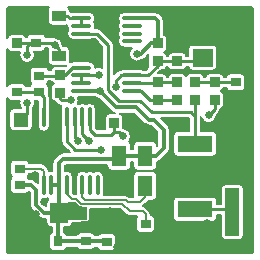
<source format=gtl>
G04 Layer: TopLayer*
G04 EasyEDA Pro v1.9.26, 2022-12-23 16:49:17*
G04 Gerber Generator version 0.3*
G04 Scale: 100 percent, Rotated: No, Reflected: No*
G04 Dimensions in millimeters*
G04 Leading zeros omitted, absolute positions, 3 integers and 3 decimals*
%FSLAX33Y33*%
%MOMM*%
%AMPolygonMacro1*4,1,4,-0.625,0.62,0.625,0.62,0.625,-0.62,-0.625,-0.62,-0.625,0.62,0*%
%AMPolygonMacro2*4,1,4,0.625,-0.62,-0.625,-0.62,-0.625,0.62,0.625,0.62,0.625,-0.62,0*%
%AMPolygonMacro3*4,1,4,-0.6,2.0,0.6,2.0,0.6,-2.0,-0.6,-2.0,-0.6,2.0,0*%
%ADD999C,0.2032*%
%ADD10C,0.0254*%
%ADD11R,0.799998X0.899998*%
%ADD12O,0.343002X1.731493*%
%ADD13R,0.899998X0.799998*%
%ADD14R,0.9030X0.799998*%
%ADD15R,0.899998X0.799998*%
%ADD16R,0.806475X0.864006*%
%ADD17R,1.299997X1.799996*%
%ADD18R,1.299997X1.799996*%
%ADD19R,0.864006X0.806475*%
%ADD20R,1.15001X0.950011*%
%ADD21R,0.864006X0.806475*%
%ADD22R,1.727987X1.485011*%
%ADD23R,1.485011X1.727987*%
%ADD24R,2.999994X1.449997*%
%ADD25R,0.806475X0.864006*%
%ADD26O,1.691996X0.364007*%
%ADD27PolygonMacro1*%
%ADD28PolygonMacro2*%
%ADD29PolygonMacro3*%
%ADD30C,0.635*%
%ADD31C,0.25*%
%ADD32C,0.3556*%
%ADD33C,0.1524*%
%ADD34C,0.254*%
G75*


G04 Copper Start*
G36*
G01X9525Y-4658D02*
G03X9218Y-4732I0J-676D01*
G03X8678Y-4200I-540J-8D01*
G01X7350D01*
G03X7082Y-4271I0J-540D01*
G03X7017Y-4292I116J-469D01*
G03X7029Y-4199I-346J93D01*
G01Y-3249D01*
G03X6671Y-2891I-358J0D01*
G01X6487D01*
G03X6438Y-2833I-391J-284D01*
G01X6437D01*
G03X5762Y-2165I-676J-8D01*
G03X5727Y-2166I0J-676D01*
G03X5526Y-2122I-201J-439D01*
G01X4989D01*
G03X4641Y-1847I-348J-83D01*
G01X3741D01*
G03X3384Y-2175I0J-358D01*
G01X3321D01*
G03X2972Y-1897I-349J-80D01*
G01X2108D01*
G03X1755Y-2194I0J-358D01*
G01Y324D01*
G02X1827Y396I72J0D01*
G01X5275D01*
G03X5163Y135I246J-260D01*
G01Y-815D01*
G03X5521Y-1173I358J0D01*
G01X6671D01*
G03X6813Y-1144I0J358D01*
G03X6810Y-1199I537J-56D01*
G03X6919Y-1524I540J0D01*
G03X6810Y-1849I431J-325D01*
G03X7350Y-2389I540J0D01*
G01X8678D01*
G03X8919Y-2332I0J540D01*
G01X9142D01*
G01X9804Y-2994D01*
G01Y-4719D01*
G03X9525Y-4658I-279J-615D01*
G37*
G36*
G01X3338Y-6316D02*
G03X2990Y-6041I-348J-83D01*
G01X2090D01*
G03X1755Y-6272I0J-358D01*
G01Y-3123D01*
G03X2108Y-3420I353J61D01*
G01X2807D01*
G03X2753Y-3683I622J-263D01*
G03X3429Y-4359I676J0D01*
G03X4105Y-3683I0J676D01*
G03X4024Y-3363I-676J0D01*
G01X4641D01*
G03X4989Y-3088I0J358D01*
G01X5133D01*
G03X5172Y-3170I629J248D01*
G03X5163Y-3249I349J-79D01*
G01Y-4199D01*
G03X5521Y-4558I358J0D01*
G01X6671D01*
G03X6698Y-4557I0J358D01*
G01X6673Y-4582D01*
G01X6655Y-4581D01*
G01X5791D01*
G03X5434Y-4913I0J-358D01*
G01X5243D01*
G03X4895Y-4638I-348J-83D01*
G01X3995D01*
G03X3637Y-4996I0J-358D01*
G01Y-5796D01*
G03X3799Y-6096I358J0D01*
G03X3646Y-6316I196J-300D01*
G01X3338D01*
G37*
G36*
G01X1827Y-20388D02*
G02X1755Y-20316I0J72D01*
G01Y-7326D01*
G03X2090Y-7557I335J127D01*
G01X2781D01*
G03X2753Y-7747I648J-190D01*
G03X2887Y-8151I676J0D01*
G01X2286D01*
G03X1928Y-8509I0J-358D01*
G01Y-9749D01*
G03X2286Y-10107I358J0D01*
G01X3536D01*
G03X3894Y-9749I0J358D01*
G01Y-8749D01*
G03X3914Y-8611I-465J138D01*
G01Y-8217D01*
G03X4105Y-7747I-485J470D01*
G03X4077Y-7554I-676J0D01*
G01X4354D01*
G01Y-8034D01*
G03X4307Y-8251I483J-217D01*
G01Y-9639D01*
G03X4837Y-10169I530J0D01*
G03X5367Y-9639I0J530D01*
G01Y-8251D01*
G03X5320Y-8034I-530J0D01*
G01Y-7188D01*
G03X5253Y-6943I-483J0D01*
G01Y-6396D01*
G03X5091Y-6096I-358J0D01*
G03X5243Y-5879I-196J300D01*
G01X5459D01*
G03X5716Y-6096I332J133D01*
G03X5433Y-6446I75J-350D01*
G01Y-7253D01*
G03X5791Y-7611I358J0D01*
G01X5804D01*
G03X5880Y-7709I419J245D01*
G01X6007Y-7836D01*
G03X6333Y-7978I343J343D01*
G03X6257Y-8251I454J-273D01*
G01Y-9639D01*
G03X6302Y-9852I530J0D01*
G01Y-10978D01*
G03X6444Y-11321I485J0D01*
G01X7033Y-11910D01*
G01X6477D01*
G03X6098Y-12067I0J-536D01*
G01X5717Y-12448D01*
G03X5560Y-12827I379J-379D01*
G01Y-13458D01*
G03X5487Y-13453I-73J-525D01*
G03X5260Y-13504I0J-530D01*
G01Y-13462D01*
G03X5133Y-13155I-434J0D01*
G01X4941Y-12963D01*
G03X4634Y-12836I-307J-307D01*
G01X3600D01*
G03X3244Y-12512I-356J-34D01*
G01X2344D01*
G03X1986Y-12870I0J-358D01*
G01Y-13670D01*
G03X2148Y-13970I358J0D01*
G03X1986Y-14270I196J-300D01*
G01Y-15070D01*
G03X2344Y-15428I358J0D01*
G01X3244D01*
G03X3560Y-15239I0J358D01*
G01X3655Y-15335D01*
G01Y-16383D01*
G03X3812Y-16762I536J0D01*
G01X4447Y-17397D01*
G03X4826Y-17554I379J379D01*
G01X5064D01*
G01Y-17882D01*
G03X5422Y-18240I358J0D01*
G01X5498D01*
G01Y-18650D01*
G03X5276Y-18981I136J-331D01*
G01Y-19881D01*
G03X5634Y-20239I358J0D01*
G01X6434D01*
G03X6782Y-19967I0J358D01*
G01X7601D01*
G03X7932Y-20189I331J136D01*
G01X8832D01*
G03X9163Y-19967I0J358D01*
G01X9359D01*
G03X9710Y-20254I351J71D01*
G01X10610D01*
G03X10968Y-19896I0J358D01*
G01Y-19096D01*
G03X10610Y-18738I-358J0D01*
G01X9710D01*
G03X9414Y-18895I0J-358D01*
G01X9163D01*
G03X8832Y-18673I-331J-136D01*
G01X7932D01*
G03X7601Y-18895I0J-358D01*
G01X6782D01*
G03X6570Y-18650I-348J-86D01*
G01Y-18240D01*
G01X6907D01*
G03X7265Y-17884I0J358D01*
G01X8382D01*
G03X8740Y-17526I0J358D01*
G01Y-16690D01*
G01X11310D01*
G01X11818Y-17198D01*
G03X12125Y-17325I307J307D01*
G01X12750D01*
G03X12654Y-17569I262J-244D01*
G01Y-18369D01*
G03X13012Y-18727I358J0D01*
G01X13912D01*
G03X14270Y-18369I0J358D01*
G01Y-17569D01*
G03X13912Y-17211I-358J0D01*
G01X13896D01*
G01Y-17145D01*
G03X13769Y-16838I-434J0D01*
G01X13515Y-16584D01*
G03X13238Y-16458I-307J-307D01*
G03X13261Y-16436I-284J329D01*
G01X13707Y-15990D01*
G01X14069D01*
G03X14427Y-15632I0J358D01*
G01Y-13832D01*
G03X14069Y-13474I-358J0D01*
G01X12769D01*
G03X12411Y-13832I0J-358D01*
G01Y-15632D01*
G03X12416Y-15695I358J0D01*
G01X12118D01*
G01X12078Y-15655D01*
G03X11771Y-15528I-307J-307D01*
G01X9893D01*
G03X9917Y-15371I-506J157D01*
G01Y-13983D01*
G03X9387Y-13453I-530J0D01*
G03X9062Y-13564I0J-530D01*
G03X8737Y-13453I-325J-418D01*
G03X8412Y-13564I0J-530D01*
G03X8087Y-13453I-325J-418D01*
G03X7557Y-13983I0J-530D01*
G01Y-15371D01*
G01X7558Y-15391D01*
G01X7362D01*
G01X7317Y-15346D01*
G01Y-13983D01*
G03X6787Y-13453I-530J0D01*
G03X6632Y-13476I0J-530D01*
G01Y-13049D01*
G01X6699Y-12982D01*
G01X10211D01*
G01Y-13092D01*
G03X10569Y-13450I358J0D01*
G01X11869D01*
G03X12227Y-13092I0J358D01*
G01Y-12728D01*
G01X12411D01*
G01Y-13092D01*
G03X12769Y-13450I358J0D01*
G01X14069D01*
G03X14427Y-13092I0J358D01*
G01Y-12722D01*
G03X14730Y-12571I-76J530D01*
G01X15365Y-11936D01*
G03X15522Y-11557I-379J379D01*
G01Y-9992D01*
G03X15365Y-9613I-536J0D01*
G01X14744Y-8992D01*
G01X17080D01*
G01X17170Y-9082D01*
G01Y-10093D01*
G01X16153D01*
G03X15795Y-10451I0J-358D01*
G01Y-11901D01*
G03X16153Y-12259I358J0D01*
G01X19153D01*
G03X19511Y-11901I0J358D01*
G01Y-10451D01*
G03X19153Y-10093I-358J0D01*
G01X18136D01*
G01Y-8908D01*
G03X18796Y-9439I660J145D01*
G03X19472Y-8774I0J676D01*
G01X19647Y-8598D01*
G03X19789Y-8255I-343J343D01*
G01Y-8233D01*
G03X20094Y-7879I-53J354D01*
G01Y-7072D01*
G03X19811Y-6722I-358J0D01*
G03X20085Y-6454I-75J350D01*
G01X20285D01*
G03X20632Y-6724I347J88D01*
G01X21532D01*
G03X21890Y-6366I0J358D01*
G01Y-5566D01*
G03X21532Y-5208I-358J0D01*
G01X20632D01*
G03X20283Y-5484I0J-358D01*
G01X20085D01*
G03X19736Y-5208I-349J-82D01*
G01X18872D01*
G03X18523Y-5486I0J-358D01*
G01X18393D01*
G03X18039Y-5179I-354J-51D01*
G01X17232D01*
G03X16882Y-5462I0J-358D01*
G03X16532Y-5179I-350J-75D01*
G01X15726D01*
G03X15371Y-5486I0J-358D01*
G01X15259D01*
G03X14910Y-5208I-349J-80D01*
G01X14526D01*
G01X14781Y-4952D01*
G01X14910D01*
G03X15259Y-4674I0J358D01*
G01X15348D01*
G03X15697Y-4952I349J80D01*
G01X16561D01*
G03X16910Y-4674I0J358D01*
G01X17070D01*
G03X17424Y-4979I354J53D01*
G01X19152D01*
G03X19510Y-4621I0J358D01*
G01Y-3136D01*
G03X19152Y-2778I-358J0D01*
G01X17424D01*
G03X17066Y-3136I0J-358D01*
G01Y-3708D01*
G01X16910D01*
G03X16561Y-3430I-349J-80D01*
G01X15697D01*
G03X15348Y-3708I0J-358D01*
G01X15259D01*
G03X14985Y-3438I-349J-80D01*
G03X15268Y-3088I-75J350D01*
G01Y-2281D01*
G03X15014Y-1938I-358J0D01*
G01Y-762D01*
G03X14857Y-383I-536J0D01*
G01X14644Y-170D01*
G03X14265Y-13I-379J-379D01*
G01X13037D01*
G03X12970Y-9I-67J-536D01*
G01X11642D01*
G03X11102Y-549I0J-540D01*
G03X11211Y-874I540J0D01*
G03X11102Y-1199I431J-325D01*
G03X11211Y-1524I540J0D01*
G03X11102Y-1849I431J-325D01*
G03X11211Y-2174I540J0D01*
G03X11102Y-2499I431J-325D01*
G03X11642Y-3039I540J0D01*
G01X12265D01*
G03X12024Y-3556I435J-517D01*
G03X12700Y-4232I676J0D01*
G03X13113Y-4091I0J676D01*
G03X13460Y-3935I-32J535D01*
G01X13700Y-3695D01*
G03X13688Y-3788I346J-93D01*
G01Y-4594D01*
G03X13696Y-4671I358J0D01*
G01X13460Y-4907D01*
G01X13212D01*
G03X12970Y-4850I-242J-483D01*
G01X11642D01*
G03X11405Y-4905I0J-540D01*
G01X11374D01*
G03X11031Y-5047I0J-485D01*
G01X10770Y-5308D01*
G01Y-2794D01*
G03X10629Y-2452I-483J0D01*
G01X9684Y-1507D01*
G03X9342Y-1366I-342J-342D01*
G01X9192D01*
G03X9218Y-1199I-514J167D01*
G03X9109Y-874I-540J0D01*
G03X9218Y-549I-431J325D01*
G03X8678Y-9I-540J0D01*
G01X7350D01*
G03X7192Y-32I0J-540D01*
G01X7158Y2D01*
G03X7029Y94I-342J-342D01*
G01Y135D01*
G03X6917Y396I-358J0D01*
G01X22467D01*
G02X22539Y324I0J-72D01*
G01Y-20316D01*
G02X22467Y-20388I-72J0D01*
G01X1827D01*
G37*
%LPC*%
G36*
G01X19835Y-18970D02*
G03X20193Y-19328I358J0D01*
G01X21393D01*
G03X21751Y-18970I0J358D01*
G01Y-14970D01*
G03X21393Y-14612I-358J0D01*
G01X20193D01*
G03X19835Y-14970I0J-358D01*
G01Y-16241D01*
G01X19511D01*
G01Y-16001D01*
G03X19153Y-15643I-358J0D01*
G01X16153D01*
G03X15795Y-16001I0J-358D01*
G01Y-17451D01*
G03X16153Y-17809I358J0D01*
G01X19153D01*
G03X19511Y-17451I0J358D01*
G01Y-17211D01*
G01X19835D01*
G01Y-18970D01*
G37*
%LPD*%
G36*
G01X4307Y-14471D02*
G01X4127Y-14291D01*
G03X3748Y-14134I-379J-379D01*
G01X3575D01*
G03X3440Y-13970I-331J-136D01*
G03X3600Y-13704I-196J300D01*
G01X4386D01*
G03X4307Y-13983I451J-278D01*
G01Y-14471D01*
G37*
G36*
G01X5064Y-16154D02*
G01X5064Y-16482D01*
G01X5048D01*
G01X4727Y-16161D01*
G01Y-15889D01*
G03X4837Y-15901I110J518D01*
G03X5162Y-15789I0J530D01*
G03X5245Y-15842I325J418D01*
G03X5064Y-16154I177J-312D01*
G37*
G36*
G01X9344Y-9931D02*
G01X9235Y-9821D01*
G03X9267Y-9639I-497J182D01*
G01Y-8251D01*
G03X8737Y-7721I-530J0D01*
G03X8412Y-7833I0J-530D01*
G03X8087Y-7721I-325J-418D01*
G03X7762Y-7833I0J-530D01*
G03X7714Y-7800I-325J-418D01*
G03X7788Y-7493I-602J307D01*
G03X7734Y-7230I-676J0D01*
G01X8678D01*
G03X8745Y-7226I0J540D01*
G01X9178D01*
G03X9502Y-7360I411J536D01*
G01X10607Y-8465D01*
G03X10863Y-8608I379J379D01*
G01X10400D01*
G03X10042Y-8966I0J-358D01*
G01Y-9830D01*
G03X10057Y-9931I358J0D01*
G01X9344D01*
G37*
G36*
G01X12411Y-11292D02*
G01X12411Y-11656D01*
G01X12227D01*
G01Y-11292D01*
G03X12062Y-10990I-358J0D01*
G03X12233Y-10541I-505J449D01*
G03X11568Y-9865I-676J0D01*
G01X11564Y-9862D01*
G03X11565Y-9830I-357J32D01*
G01Y-8966D01*
G03X11307Y-8622I-358J0D01*
G01X12436D01*
G01X13337Y-9523D01*
G03X13716Y-9680I379J379D01*
G01X13916D01*
G01X14450Y-10214D01*
G01Y-11335D01*
G01X14427Y-11358D01*
G01Y-11292D01*
G03X14069Y-10934I-358J0D01*
G01X12769D01*
G03X12411Y-11292I0J-358D01*
G37*
G54D999*
G01X9525Y-4658D02*
G03X9218Y-4732I0J-676D01*
G03X8678Y-4200I-540J-8D01*
G01X7350D01*
G03X7082Y-4271I0J-540D01*
G03X7017Y-4292I116J-469D01*
G03X7029Y-4199I-346J93D01*
G01Y-3249D01*
G03X6671Y-2891I-358J0D01*
G01X6487D01*
G03X6438Y-2833I-391J-284D01*
G01X6437D01*
G03X5762Y-2165I-676J-8D01*
G03X5727Y-2166I0J-676D01*
G03X5526Y-2122I-201J-439D01*
G01X4989D01*
G03X4641Y-1847I-348J-83D01*
G01X3741D01*
G03X3384Y-2175I0J-358D01*
G01X3321D01*
G03X2972Y-1897I-349J-80D01*
G01X2108D01*
G03X1755Y-2194I0J-358D01*
G01Y324D01*
G02X1827Y396I72J0D01*
G01X5275D01*
G03X5163Y135I246J-260D01*
G01Y-815D01*
G03X5521Y-1173I358J0D01*
G01X6671D01*
G03X6813Y-1144I0J358D01*
G03X6810Y-1199I537J-56D01*
G03X6919Y-1524I540J0D01*
G03X6810Y-1849I431J-325D01*
G03X7350Y-2389I540J0D01*
G01X8678D01*
G03X8919Y-2332I0J540D01*
G01X9142D01*
G01X9804Y-2994D01*
G01Y-4719D01*
G03X9525Y-4658I-279J-615D01*
G01X3338Y-6316D02*
G03X2990Y-6041I-348J-83D01*
G01X2090D01*
G03X1755Y-6272I0J-358D01*
G01Y-3123D01*
G03X2108Y-3420I353J61D01*
G01X2807D01*
G03X2753Y-3683I622J-263D01*
G03X3429Y-4359I676J0D01*
G03X4105Y-3683I0J676D01*
G03X4024Y-3363I-676J0D01*
G01X4641D01*
G03X4989Y-3088I0J358D01*
G01X5133D01*
G03X5172Y-3170I629J248D01*
G03X5163Y-3249I349J-79D01*
G01Y-4199D01*
G03X5521Y-4558I358J0D01*
G01X6671D01*
G03X6698Y-4557I0J358D01*
G01X6673Y-4582D01*
G01X6655Y-4581D01*
G01X5791D01*
G03X5434Y-4913I0J-358D01*
G01X5243D01*
G03X4895Y-4638I-348J-83D01*
G01X3995D01*
G03X3637Y-4996I0J-358D01*
G01Y-5796D01*
G03X3799Y-6096I358J0D01*
G03X3646Y-6316I196J-300D01*
G01X3338D01*
G01X1827Y-20388D02*
G02X1755Y-20316I0J72D01*
G01Y-7326D01*
G03X2090Y-7557I335J127D01*
G01X2781D01*
G03X2753Y-7747I648J-190D01*
G03X2887Y-8151I676J0D01*
G01X2286D01*
G03X1928Y-8509I0J-358D01*
G01Y-9749D01*
G03X2286Y-10107I358J0D01*
G01X3536D01*
G03X3894Y-9749I0J358D01*
G01Y-8749D01*
G03X3914Y-8611I-465J138D01*
G01Y-8217D01*
G03X4105Y-7747I-485J470D01*
G03X4077Y-7554I-676J0D01*
G01X4354D01*
G01Y-8034D01*
G03X4307Y-8251I483J-217D01*
G01Y-9639D01*
G03X4837Y-10169I530J0D01*
G03X5367Y-9639I0J530D01*
G01Y-8251D01*
G03X5320Y-8034I-530J0D01*
G01Y-7188D01*
G03X5253Y-6943I-483J0D01*
G01Y-6396D01*
G03X5091Y-6096I-358J0D01*
G03X5243Y-5879I-196J300D01*
G01X5459D01*
G03X5716Y-6096I332J133D01*
G03X5433Y-6446I75J-350D01*
G01Y-7253D01*
G03X5791Y-7611I358J0D01*
G01X5804D01*
G03X5880Y-7709I419J245D01*
G01X6007Y-7836D01*
G03X6333Y-7978I343J343D01*
G03X6257Y-8251I454J-273D01*
G01Y-9639D01*
G03X6302Y-9852I530J0D01*
G01Y-10978D01*
G03X6444Y-11321I485J0D01*
G01X7033Y-11910D01*
G01X6477D01*
G03X6098Y-12067I0J-536D01*
G01X5717Y-12448D01*
G03X5560Y-12827I379J-379D01*
G01Y-13458D01*
G03X5487Y-13453I-73J-525D01*
G03X5260Y-13504I0J-530D01*
G01Y-13462D01*
G03X5133Y-13155I-434J0D01*
G01X4941Y-12963D01*
G03X4634Y-12836I-307J-307D01*
G01X3600D01*
G03X3244Y-12512I-356J-34D01*
G01X2344D01*
G03X1986Y-12870I0J-358D01*
G01Y-13670D01*
G03X2148Y-13970I358J0D01*
G03X1986Y-14270I196J-300D01*
G01Y-15070D01*
G03X2344Y-15428I358J0D01*
G01X3244D01*
G03X3560Y-15239I0J358D01*
G01X3655Y-15335D01*
G01Y-16383D01*
G03X3812Y-16762I536J0D01*
G01X4447Y-17397D01*
G03X4826Y-17554I379J379D01*
G01X5064D01*
G01Y-17882D01*
G03X5422Y-18240I358J0D01*
G01X5498D01*
G01Y-18650D01*
G03X5276Y-18981I136J-331D01*
G01Y-19881D01*
G03X5634Y-20239I358J0D01*
G01X6434D01*
G03X6782Y-19967I0J358D01*
G01X7601D01*
G03X7932Y-20189I331J136D01*
G01X8832D01*
G03X9163Y-19967I0J358D01*
G01X9359D01*
G03X9710Y-20254I351J71D01*
G01X10610D01*
G03X10968Y-19896I0J358D01*
G01Y-19096D01*
G03X10610Y-18738I-358J0D01*
G01X9710D01*
G03X9414Y-18895I0J-358D01*
G01X9163D01*
G03X8832Y-18673I-331J-136D01*
G01X7932D01*
G03X7601Y-18895I0J-358D01*
G01X6782D01*
G03X6570Y-18650I-348J-86D01*
G01Y-18240D01*
G01X6907D01*
G03X7265Y-17884I0J358D01*
G01X8382D01*
G03X8740Y-17526I0J358D01*
G01Y-16690D01*
G01X11310D01*
G01X11818Y-17198D01*
G03X12125Y-17325I307J307D01*
G01X12750D01*
G03X12654Y-17569I262J-244D01*
G01Y-18369D01*
G03X13012Y-18727I358J0D01*
G01X13912D01*
G03X14270Y-18369I0J358D01*
G01Y-17569D01*
G03X13912Y-17211I-358J0D01*
G01X13896D01*
G01Y-17145D01*
G03X13769Y-16838I-434J0D01*
G01X13515Y-16584D01*
G03X13238Y-16458I-307J-307D01*
G03X13261Y-16436I-284J329D01*
G01X13707Y-15990D01*
G01X14069D01*
G03X14427Y-15632I0J358D01*
G01Y-13832D01*
G03X14069Y-13474I-358J0D01*
G01X12769D01*
G03X12411Y-13832I0J-358D01*
G01Y-15632D01*
G03X12416Y-15695I358J0D01*
G01X12118D01*
G01X12078Y-15655D01*
G03X11771Y-15528I-307J-307D01*
G01X9893D01*
G03X9917Y-15371I-506J157D01*
G01Y-13983D01*
G03X9387Y-13453I-530J0D01*
G03X9062Y-13564I0J-530D01*
G03X8737Y-13453I-325J-418D01*
G03X8412Y-13564I0J-530D01*
G03X8087Y-13453I-325J-418D01*
G03X7557Y-13983I0J-530D01*
G01Y-15371D01*
G01X7558Y-15391D01*
G01X7362D01*
G01X7317Y-15346D01*
G01Y-13983D01*
G03X6787Y-13453I-530J0D01*
G03X6632Y-13476I0J-530D01*
G01Y-13049D01*
G01X6699Y-12982D01*
G01X10211D01*
G01Y-13092D01*
G03X10569Y-13450I358J0D01*
G01X11869D01*
G03X12227Y-13092I0J358D01*
G01Y-12728D01*
G01X12411D01*
G01Y-13092D01*
G03X12769Y-13450I358J0D01*
G01X14069D01*
G03X14427Y-13092I0J358D01*
G01Y-12722D01*
G03X14730Y-12571I-76J530D01*
G01X15365Y-11936D01*
G03X15522Y-11557I-379J379D01*
G01Y-9992D01*
G03X15365Y-9613I-536J0D01*
G01X14744Y-8992D01*
G01X17080D01*
G01X17170Y-9082D01*
G01Y-10093D01*
G01X16153D01*
G03X15795Y-10451I0J-358D01*
G01Y-11901D01*
G03X16153Y-12259I358J0D01*
G01X19153D01*
G03X19511Y-11901I0J358D01*
G01Y-10451D01*
G03X19153Y-10093I-358J0D01*
G01X18136D01*
G01Y-8908D01*
G03X18796Y-9439I660J145D01*
G03X19472Y-8774I0J676D01*
G01X19647Y-8598D01*
G03X19789Y-8255I-343J343D01*
G01Y-8233D01*
G03X20094Y-7879I-53J354D01*
G01Y-7072D01*
G03X19811Y-6722I-358J0D01*
G03X20085Y-6454I-75J350D01*
G01X20285D01*
G03X20632Y-6724I347J88D01*
G01X21532D01*
G03X21890Y-6366I0J358D01*
G01Y-5566D01*
G03X21532Y-5208I-358J0D01*
G01X20632D01*
G03X20283Y-5484I0J-358D01*
G01X20085D01*
G03X19736Y-5208I-349J-82D01*
G01X18872D01*
G03X18523Y-5486I0J-358D01*
G01X18393D01*
G03X18039Y-5179I-354J-51D01*
G01X17232D01*
G03X16882Y-5462I0J-358D01*
G03X16532Y-5179I-350J-75D01*
G01X15726D01*
G03X15371Y-5486I0J-358D01*
G01X15259D01*
G03X14910Y-5208I-349J-80D01*
G01X14526D01*
G01X14781Y-4952D01*
G01X14910D01*
G03X15259Y-4674I0J358D01*
G01X15348D01*
G03X15697Y-4952I349J80D01*
G01X16561D01*
G03X16910Y-4674I0J358D01*
G01X17070D01*
G03X17424Y-4979I354J53D01*
G01X19152D01*
G03X19510Y-4621I0J358D01*
G01Y-3136D01*
G03X19152Y-2778I-358J0D01*
G01X17424D01*
G03X17066Y-3136I0J-358D01*
G01Y-3708D01*
G01X16910D01*
G03X16561Y-3430I-349J-80D01*
G01X15697D01*
G03X15348Y-3708I0J-358D01*
G01X15259D01*
G03X14985Y-3438I-349J-80D01*
G03X15268Y-3088I-75J350D01*
G01Y-2281D01*
G03X15014Y-1938I-358J0D01*
G01Y-762D01*
G03X14857Y-383I-536J0D01*
G01X14644Y-170D01*
G03X14265Y-13I-379J-379D01*
G01X13037D01*
G03X12970Y-9I-67J-536D01*
G01X11642D01*
G03X11102Y-549I0J-540D01*
G03X11211Y-874I540J0D01*
G03X11102Y-1199I431J-325D01*
G03X11211Y-1524I540J0D01*
G03X11102Y-1849I431J-325D01*
G03X11211Y-2174I540J0D01*
G03X11102Y-2499I431J-325D01*
G03X11642Y-3039I540J0D01*
G01X12265D01*
G03X12024Y-3556I435J-517D01*
G03X12700Y-4232I676J0D01*
G03X13113Y-4091I0J676D01*
G03X13460Y-3935I-32J535D01*
G01X13700Y-3695D01*
G03X13688Y-3788I346J-93D01*
G01Y-4594D01*
G03X13696Y-4671I358J0D01*
G01X13460Y-4907D01*
G01X13212D01*
G03X12970Y-4850I-242J-483D01*
G01X11642D01*
G03X11405Y-4905I0J-540D01*
G01X11374D01*
G03X11031Y-5047I0J-485D01*
G01X10770Y-5308D01*
G01Y-2794D01*
G03X10629Y-2452I-483J0D01*
G01X9684Y-1507D01*
G03X9342Y-1366I-342J-342D01*
G01X9192D01*
G03X9218Y-1199I-514J167D01*
G03X9109Y-874I-540J0D01*
G03X9218Y-549I-431J325D01*
G03X8678Y-9I-540J0D01*
G01X7350D01*
G03X7192Y-32I0J-540D01*
G01X7158Y2D01*
G03X7029Y94I-342J-342D01*
G01Y135D01*
G03X6917Y396I-358J0D01*
G01X22467D01*
G02X22539Y324I0J-72D01*
G01Y-20316D01*
G02X22467Y-20388I-72J0D01*
G01X1827D01*
G01X19835Y-18970D02*
G03X20193Y-19328I358J0D01*
G01X21393D01*
G03X21751Y-18970I0J358D01*
G01Y-14970D01*
G03X21393Y-14612I-358J0D01*
G01X20193D01*
G03X19835Y-14970I0J-358D01*
G01Y-16241D01*
G01X19511D01*
G01Y-16001D01*
G03X19153Y-15643I-358J0D01*
G01X16153D01*
G03X15795Y-16001I0J-358D01*
G01Y-17451D01*
G03X16153Y-17809I358J0D01*
G01X19153D01*
G03X19511Y-17451I0J358D01*
G01Y-17211D01*
G01X19835D01*
G01Y-18970D01*
G01X4307Y-14471D02*
G01X4127Y-14291D01*
G03X3748Y-14134I-379J-379D01*
G01X3575D01*
G03X3440Y-13970I-331J-136D01*
G03X3600Y-13704I-196J300D01*
G01X4386D01*
G03X4307Y-13983I451J-278D01*
G01Y-14471D01*
G01X5064Y-16154D02*
G01X5064Y-16482D01*
G01X5048D01*
G01X4727Y-16161D01*
G01Y-15889D01*
G03X4837Y-15901I110J518D01*
G03X5162Y-15789I0J530D01*
G03X5245Y-15842I325J418D01*
G03X5064Y-16154I177J-312D01*
G01X9344Y-9931D02*
G01X9235Y-9821D01*
G03X9267Y-9639I-497J182D01*
G01Y-8251D01*
G03X8737Y-7721I-530J0D01*
G03X8412Y-7833I0J-530D01*
G03X8087Y-7721I-325J-418D01*
G03X7762Y-7833I0J-530D01*
G03X7714Y-7800I-325J-418D01*
G03X7788Y-7493I-602J307D01*
G03X7734Y-7230I-676J0D01*
G01X8678D01*
G03X8745Y-7226I0J540D01*
G01X9178D01*
G03X9502Y-7360I411J536D01*
G01X10607Y-8465D01*
G03X10863Y-8608I379J379D01*
G01X10400D01*
G03X10042Y-8966I0J-358D01*
G01Y-9830D01*
G03X10057Y-9931I358J0D01*
G01X9344D01*
G01X12411Y-11292D02*
G01X12411Y-11656D01*
G01X12227D01*
G01Y-11292D01*
G03X12062Y-10990I-358J0D01*
G03X12233Y-10541I-505J449D01*
G03X11568Y-9865I-676J0D01*
G01X11564Y-9862D01*
G03X11565Y-9830I-357J32D01*
G01Y-8966D01*
G03X11307Y-8622I-358J0D01*
G01X12436D01*
G01X13337Y-9523D01*
G03X13716Y-9680I379J379D01*
G01X13916D01*
G01X14450Y-10214D01*
G01Y-11335D01*
G01X14427Y-11358D01*
G01Y-11292D01*
G03X14069Y-10934I-358J0D01*
G01X12769D01*
G03X12411Y-11292I0J-358D01*
G04 Copper End*

G04 PolygonModel Start*
G36*
G01X6858Y-16129D02*
G01X7493Y-16129D01*
G01X7874Y-16510D01*
G01X8382D01*
G01Y-17526D01*
G01X6673D01*
G01X6165Y-17018D01*
G01X6858Y-16325D01*
G01Y-16129D01*
G37*
G54D10*
G01X6858Y-16129D02*
G01X7493Y-16129D01*
G01X7874Y-16510D01*
G01X8382D01*
G01Y-17526D01*
G01X6673D01*
G01X6165Y-17018D01*
G01X6858Y-16325D01*
G01Y-16129D01*
G04 PolygonModel End*

G04 Pad Start*
G54D11*
G01X6034Y-19431D03*
G01X4634Y-19431D03*
G54D12*
G01X4837Y-14677D03*
G01X5487Y-14677D03*
G01X6137Y-14677D03*
G01X6787Y-14677D03*
G01X7437Y-14677D03*
G01X8087Y-14677D03*
G01X8737Y-14677D03*
G01X9387Y-14677D03*
G01X4837Y-8945D03*
G01X5487Y-8945D03*
G01X6137Y-8945D03*
G01X6787Y-8945D03*
G01X7437Y-8945D03*
G01X8087Y-8945D03*
G01X8737Y-8945D03*
G01X9387Y-8945D03*
G54D13*
G01X2794Y-13270D03*
G01X2794Y-14670D03*
G54D15*
G01X10160Y-19496D03*
G01X10160Y-18096D03*
G54D13*
G01X13462Y-17969D03*
G01X13462Y-19369D03*
G54D16*
G01X10804Y-9398D03*
G01X12310Y-9398D03*
G54D17*
G01X13419Y-12192D03*
G54D18*
G01X13419Y-14732D03*
G54D17*
G01X11219Y-14732D03*
G01X11219Y-12192D03*
G54D15*
G01X4445Y-6796D03*
G01X4445Y-5396D03*
G54D19*
G01X6223Y-5343D03*
G01X6223Y-6849D03*
G01X19304Y-5969D03*
G01X19304Y-7476D03*
G54D20*
G01X6096Y-340D03*
G01X6096Y-3724D03*
G54D21*
G01X2540Y-2658D03*
G01X2540Y-1152D03*
G54D13*
G01X8382Y-18031D03*
G01X8382Y-19431D03*
G54D22*
G01X18288Y-3879D03*
G01X18288Y-693D03*
G54D23*
G01X6165Y-17018D03*
G01X2979Y-17018D03*
G54D24*
G01X17653Y-11176D03*
G01X17653Y-16726D03*
G54D21*
G01X14478Y-7476D03*
G01X14478Y-5969D03*
G54D25*
G01X17653Y-7493D03*
G01X16146Y-7493D03*
G54D26*
G01X8014Y-549D03*
G01X8014Y-1199D03*
G01X8014Y-1849D03*
G01X8014Y-2499D03*
G01X12306Y-549D03*
G01X12306Y-1199D03*
G01X12306Y-1849D03*
G01X12306Y-2499D03*
G01X12306Y-6690D03*
G01X12306Y-6040D03*
G01X12306Y-5390D03*
G01X12306Y-4740D03*
G01X8014Y-6690D03*
G01X8014Y-6040D03*
G01X8014Y-5390D03*
G01X8014Y-4740D03*
G54D15*
G01X4191Y-2605D03*
G01X4191Y-1205D03*
G54D16*
G01X16129Y-5969D03*
G01X17636Y-5969D03*
G54D13*
G01X21082Y-5966D03*
G01X21082Y-7366D03*
G54D21*
G01X16129Y-4191D03*
G01X16129Y-2684D03*
G54D19*
G01X14478Y-2684D03*
G01X14478Y-4191D03*
G54D15*
G01X2540Y-6799D03*
G01X2540Y-5399D03*
G54D27*
G01X2911Y-11633D03*
G54D28*
G01X2911Y-9129D03*
G54D29*
G01X20793Y-16970D03*
G01X20920Y-11970D03*
G04 Pad End*

G04 Via Start*
G54D30*
G01X5762Y-2841D03*
G01X8001Y-16764D03*
G01X3429Y-7747D03*
G01X3429Y-3683D03*
G01X9525Y-5334D03*
G01X18796Y-8763D03*
G01X11557Y-10541D03*
G01X9652Y-11684D03*
G01X7747Y-10922D03*
G01X8636Y-10922D03*
G01X13462Y-9779D03*
G01X7112Y-7493D03*
G01X9590Y-6690D03*
G01X12700Y-3556D03*
G01X10922Y-6350D03*
G01X3175Y0D03*
G01X2286Y-4064D03*
G01X10033Y-8255D03*
G01X11303Y-17145D03*
G01X2159Y-19939D03*
G01X3302Y-18796D03*
G01X4191Y-17145D03*
G01X3302Y-19939D03*
G01X11049Y-19939D03*
G01X10414Y-16891D03*
G01X16256Y-12954D03*
G01X18796Y-12954D03*
G01X18796Y-14986D03*
G01X16256Y-14986D03*
G01X21463Y-1778D03*
G01X20193Y-3302D03*
G01X21463Y-4445D03*
G01X4953Y-3683D03*
G01X4953Y-4191D03*
G01X4064Y-13843D03*
G01X13970Y-16510D03*
G01X16129Y-18034D03*
G01X18669Y-17907D03*
G01X21463Y-19812D03*
G01X21463Y0D03*
G01X21463Y-3048D03*
G01X4191Y-11684D03*
G01X5588Y-10795D03*
G01X7517Y-16635D03*
G01X7620Y-17145D03*
G01X4826Y-16129D03*
G04 Via End*

G04 Track Start*
G54D31*
G01X4445Y-5396D02*
G01X6170Y-5396D01*
G01X6223Y-5343D01*
G01X6595D01*
G01X7198Y-4740D01*
G01X8014D01*
G01X12306Y-6690D02*
G01X13040Y-6690D01*
G01X13826Y-7476D02*
G01X14478Y-7476D01*
G01X13040Y-6690D02*
G01X13826Y-7476D01*
G01X14478Y-7476D02*
G01X16129Y-7476D01*
G01X16146Y-7493D01*
G01X12306Y-6040D02*
G01X14407Y-6040D01*
G01X14478Y-5969D01*
G01X12306Y-5390D02*
G01X13660Y-5390D01*
G01X14478Y-4572D01*
G01Y-4191D01*
G01X16129D01*
G01X17976D01*
G01X18288Y-3879D01*
G01X17636Y-5969D02*
G01X19304Y-5969D01*
G01X14478Y-5969D02*
G01X16129Y-5969D01*
G01X2540Y-6799D02*
G01X4442Y-6799D01*
G01X4445Y-6796D01*
G01X4191Y-2605D02*
G01X5526Y-2605D01*
G01X6096Y-3175D02*
G01X6096Y-3724D01*
G01X5526Y-2605D02*
G01X5762Y-2841D01*
G01X6096Y-3175D01*
G01X4445Y-6796D02*
G01X4837Y-7188D01*
G01Y-8945D01*
G01X8014Y-549D02*
G01X7026Y-549D01*
G01X6817Y-340D01*
G01X6096D01*
G01X8014Y-1199D02*
G01X8014Y-549D01*
G01X8014Y-1849D02*
G01X9342Y-1849D01*
G01X17280Y-8509D02*
G01X17653Y-8882D01*
G01X17653Y-11176D02*
G01X17653Y-8882D01*
G01Y-7493D01*
G01X9342Y-1849D02*
G01X10287Y-2794D01*
G01X8737Y-8945D02*
G01X8737Y-10007D01*
G01X9144Y-10414D02*
G01X10541Y-10414D01*
G01X10804Y-10151D01*
G01X8737Y-10007D02*
G01X9144Y-10414D01*
G54D32*
G01X6137Y-14677D02*
G01X6137Y-16990D01*
G01X6165Y-17018D01*
G01X6034Y-17149D01*
G01Y-19431D01*
G01X8382D01*
G01X10095D01*
G01X10160Y-19496D01*
G54D33*
G01X6787Y-14677D02*
G01X6787Y-15431D01*
G01X7182Y-15825D01*
G01X2794Y-13270D02*
G01X4634Y-13270D01*
G01X4826Y-13462D01*
G01Y-14666D01*
G01X4837Y-14677D01*
G54D32*
G01X4826Y-17018D02*
G01X6165Y-17018D01*
G01X2794Y-14670D02*
G01X3748Y-14670D01*
G01X4191Y-15113D01*
G01Y-16383D01*
G01X4826Y-17018D01*
G01X5487Y-14677D02*
G01X6137Y-14677D01*
G54D33*
G01X8087Y-14677D02*
G01X8087Y-15707D01*
G01X13419Y-15664D02*
G01X13419Y-14732D01*
G01X11938Y-16129D02*
G01X12954Y-16129D01*
G01X13419Y-15664D01*
G54D31*
G01X10287Y-2794D02*
G01X10287Y-6604D01*
G54D34*
G01X3429Y-8611D02*
G01X2911Y-9129D01*
G01X3429Y-7747D02*
G01X3429Y-8611D01*
G01X4191Y-2605D02*
G01X4138Y-2658D01*
G01X3692D01*
G01X3429Y-2921D01*
G01Y-3683D01*
G54D31*
G01X2540Y-2658D02*
G01X3692Y-2658D01*
G54D34*
G01X19304Y-8255D02*
G01X19304Y-7476D01*
G01X18796Y-8763D02*
G01X19304Y-8255D01*
G01X17653Y-16726D02*
G01X20930Y-16726D01*
G01X21174Y-16970D01*
G01X11557Y-10541D02*
G01X11167Y-10151D01*
G01X7437Y-10612D02*
G01X7437Y-8945D01*
G01X8087Y-10373D02*
G01X8087Y-8945D01*
G01X8636Y-10922D02*
G01X8087Y-10373D01*
G54D32*
G01X11219Y-12192D02*
G01X13419Y-12192D01*
G54D31*
G01X11215Y-7532D02*
G01X12993Y-7532D01*
G01X10287Y-6604D02*
G01X11215Y-7532D01*
G01X13970Y-8509D02*
G01X17280Y-8509D01*
G01X12993Y-7532D02*
G01X13970Y-8509D01*
G54D32*
G01X12306Y-549D02*
G01X14265Y-549D01*
G01X14478Y-762D01*
G01Y-2684D01*
G54D34*
G01X8014Y-6040D02*
G01X8014Y-5448D01*
G01X8128Y-5334D01*
G01X9525D01*
G54D31*
G01X8014Y-5390D02*
G01X8014Y-5448D01*
G54D34*
G01X11167Y-10151D02*
G01X10804Y-10151D01*
G01Y-9398D01*
G01X9652Y-11684D02*
G01X7493Y-11684D01*
G01X6787Y-10978D01*
G01Y-8945D01*
G54D32*
G01X14986Y-11557D02*
G01X14351Y-12192D01*
G01X13419D01*
G54D34*
G01X13081Y-9398D02*
G01X12310Y-9398D01*
G01X13462Y-9779D02*
G01X13081Y-9398D01*
G54D32*
G01X9590Y-6690D02*
G01X8014Y-6690D01*
G01X13716Y-9144D02*
G01X12658Y-8086D01*
G01X10986D01*
G01X9590Y-6690D01*
G54D34*
G01X6223Y-6849D02*
G01X6223Y-7366D01*
G01X6350Y-7493D01*
G01X7112D01*
G54D32*
G01X14478Y-2684D02*
G01X13953Y-2684D01*
G01X13081Y-3556D01*
G01X12700D01*
G54D34*
G01X12306Y-5390D02*
G01X11374Y-5390D01*
G01X10922Y-5842D01*
G01Y-6350D01*
G54D32*
G01X6096Y-14636D02*
G01X6137Y-14677D01*
G01X6096Y-14636D02*
G01X6096Y-12827D01*
G54D34*
G01X10160Y-18096D02*
G01X8447Y-18096D01*
G01X8382Y-18031D01*
G01X11303Y-17145D02*
G01X11303Y-17907D01*
G01X11114Y-18096D01*
G01X10160D01*
G54D32*
G01X11219Y-12192D02*
G01X10965Y-12446D01*
G01X6477D01*
G01X6096Y-12827D01*
G01X14138Y-9144D02*
G01X14986Y-9992D01*
G01X13716Y-9144D02*
G01X14138Y-9144D01*
G01X14986Y-9992D02*
G01X14986Y-11557D01*
G54D33*
G01X8087Y-15707D02*
G01X8342Y-15962D01*
G01X11771Y-15962D02*
G01X8342Y-15962D01*
G01X11938Y-16129D02*
G01X11771Y-15962D01*
G54D34*
G01X19304Y-5969D02*
G01X21079Y-5969D01*
G01X21082Y-5966D01*
G54D33*
G01X12125Y-16891D02*
G01X13208Y-16891D01*
G01X13462Y-17145D01*
G01Y-17969D01*
G54D34*
G01X7747Y-10922D02*
G01X7437Y-10612D01*
G54D32*
G01X8001Y-16764D02*
G01X7747Y-16764D01*
G01X7493Y-17018D01*
G01X6165D01*
G54D33*
G01X11490Y-16256D02*
G01X12125Y-16891D01*
G01X7182Y-15825D02*
G01X7570Y-15825D01*
G01X8001Y-16256D01*
G01X11490D01*
G04 Track End*

M02*

</source>
